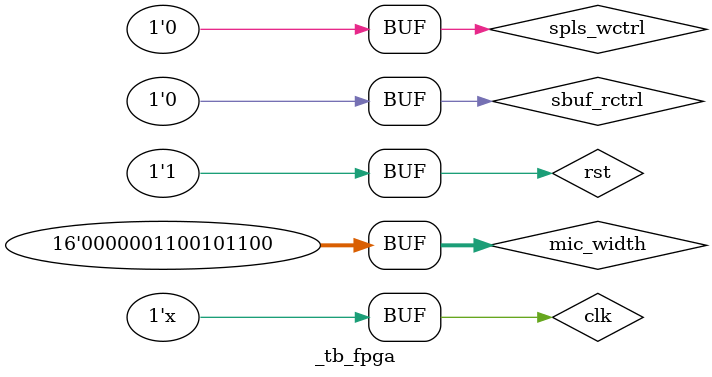
<source format=v>
`timescale 1ns/1ns

module _tb_fpga;

reg   rst;
reg   clk;

initial
begin
        rst <=  1'b1;
  #101  rst <=  1'b0;
  #101  rst <=  1'b1;
end

initial clk <=  1'b1;
always #10  clk <=  ~clk;
//------------------------------
reg   [15:0]  mic_width;
reg   [15:0]  mic_cnt;
wire          mic_hclk;
reg           mic_clk;

initial
begin                         
              mic_width <= 16'd562;
  #250000000  mic_width <= 16'd672;
  #250000000  mic_width <= 16'd782;
  #250000000  mic_width <= 16'd792;
  #250000000  mic_width <= 16'd802;
  #250000000  mic_width <= 16'd812;
  //#60000000  mic_width <= 16'd808;
  //#60000000  mic_width <= 16'd814;
  //#60000000  mic_width <= 16'd820;
  //#60000000  mic_width <= 16'd826;
  //#60000000  mic_width <= 16'd832;
  //#60000000  mic_width <= 16'd838;
  //#60000000  mic_width <= 16'd844;
  //#60000000  mic_width <= 16'd850;
  //#60000000  mic_width <= 16'd856;
end



always
@(negedge rst or posedge clk)
begin
  if(~rst)
    mic_cnt <=  16'h0;
  else if(mic_hclk)
    mic_cnt <=  16'h0;
  else
    mic_cnt <=  mic_cnt+1'b1;
end

assign  mic_hclk  = (mic_cnt==mic_width);

always
@(negedge rst or posedge clk)
begin
  if(~rst)
    mic_clk <=  1'b0;
  else if(mic_hclk)
    mic_clk <=  ~mic_clk;
end
//------------------------------
reg   [7:0]   clk_cnt0;
reg   [7:0]   clk_cnt1;
reg   [15:0]   frame_cnt;

always
@(negedge rst or posedge clk)
begin
  if(~rst)
  begin
    clk_cnt0  <=  8'h0;
    clk_cnt1  <=  8'h0;
    frame_cnt <=  16'h0;
  end
  else
  begin
    clk_cnt0  <=  clk_cnt0+1'b1;
    if(& clk_cnt0)  clk_cnt1<=  clk_cnt1+1'b1;
    if(& clk_cnt1 & & clk_cnt0) frame_cnt <=  frame_cnt+1'b1;
  end
end
//------------------------------
wire  [7:0]   scon;       reg   scon_wctrl;
wire  [7:0]   smd0;       reg   smd0_wctrl;
wire  [7:0]   smd1;       reg   smd1_wctrl;
wire  [7:0]   spls;       reg   spls_wctrl;
wire  [7:0]   sccl;       reg   sccl_wctrl;
wire  [7:0]   sbuf;       reg   sbuf_wctrl;   reg   sbuf_rctrl;
reg   [7:0]   sfr_wdata;

always
@(*)
begin
  smd0_wctrl<=1'b0;
  sbuf_wctrl<=1'b0;
  sccl_wctrl<=1'b0;
  scon_wctrl<=1'b0;
  spls_wctrl<=1'b0;
  sbuf_rctrl<=1'b0;
  smd1_wctrl<=1'b0;

  if(clk_cnt1==8'h0 & clk_cnt0==8'h0)
  begin
    case(frame_cnt)
    
      16'h01:  begin sfr_wdata<=8'h82; scon_wctrl<=1'b1; end
      16'h02:  begin sfr_wdata<=8'h09; smd1_wctrl<=1'b1; end
      16'h03:  begin sfr_wdata<=8'hfb; sccl_wctrl<=1'b1; end
      16'h04:  begin sfr_wdata<=8'h00; sbuf_wctrl<=1'b1; end
      16'h05:  begin sfr_wdata<=8'h01; smd0_wctrl<=1'b1; end
      16'h07:  begin sfr_wdata<=8'h01; sbuf_wctrl<=1'b1; end
      
      
      
     
      16'h08: begin sfr_wdata<=8'h82; sbuf_wctrl<=1'b1; end   
      16'h09: begin sfr_wdata<=8'h85; sbuf_wctrl<=1'b1; end
      16'h0a: begin sfr_wdata<=8'h83; sbuf_wctrl<=1'b1; end   
      16'h0b: begin sfr_wdata<=8'h03; sbuf_wctrl<=1'b1; end
      16'h0c: begin sfr_wdata<=8'h8a; sbuf_wctrl<=1'b1; end//pwm计算及输出
      16'h0d: begin sfr_wdata<=8'he0; sbuf_wctrl<=1'b1; end
      
      16'h10: begin sfr_wdata<=8'h86; sbuf_wctrl<=1'b1; end//基准大气压
      16'h11: begin sfr_wdata<=8'h96; sbuf_wctrl<=1'b1; end
      16'h12: begin sfr_wdata<=8'h87; sbuf_wctrl<=1'b1; end 
      16'h13: begin sfr_wdata<=8'h07; sbuf_wctrl<=1'b1; end
      
      16'h14: begin sfr_wdata<=8'h98; sbuf_wctrl<=1'b1; end //标定点0——4
      16'h15: begin sfr_wdata<=8'h00; sbuf_wctrl<=1'b1; end   
      16'h16: begin sfr_wdata<=8'h99; sbuf_wctrl<=1'b1; end
      16'h17: begin sfr_wdata<=8'h14; sbuf_wctrl<=1'b1; end 
      
      16'h18: begin sfr_wdata<=8'h9a; sbuf_wctrl<=1'b1; end     
      16'h19: begin sfr_wdata<=8'h01; sbuf_wctrl<=1'b1; end
      16'h1a: begin sfr_wdata<=8'h9b; sbuf_wctrl<=1'b1; end
      16'h1b: begin sfr_wdata<=8'h9e; sbuf_wctrl<=1'b1; end
      
      16'h1c: begin sfr_wdata<=8'h9c; sbuf_wctrl<=1'b1; end      
      16'h1d: begin sfr_wdata<=8'h03; sbuf_wctrl<=1'b1; end
      16'h1e: begin sfr_wdata<=8'h9d; sbuf_wctrl<=1'b1; end
      16'h1f: begin sfr_wdata<=8'h03; sbuf_wctrl<=1'b1; end
      
      16'h20: begin sfr_wdata<=8'h9e; sbuf_wctrl<=1'b1; end      
      16'h21: begin sfr_wdata<=8'h03; sbuf_wctrl<=1'b1; end
      16'h22: begin sfr_wdata<=8'h9f; sbuf_wctrl<=1'b1; end
      16'h23: begin sfr_wdata<=8'h84; sbuf_wctrl<=1'b1; end 
      
      16'h24: begin sfr_wdata<=8'ha0; sbuf_wctrl<=1'b1; end      
      16'h25: begin sfr_wdata<=8'h03; sbuf_wctrl<=1'b1; end
      16'h26: begin sfr_wdata<=8'ha1; sbuf_wctrl<=1'b1; end
      16'h27: begin sfr_wdata<=8'hca; sbuf_wctrl<=1'b1; end
      //16'h26:  begin sfr_wdata<=8'ha2; sbuf_wctrl<=1'b1; end
      //16'h27:  begin sfr_wdata<=8'h00; sbuf_wctrl<=1'b1; end
      //16'h28:  begin sfr_wdata<=8'ha3; sbuf_wctrl<=1'b1; end
      //16'h29:  begin sfr_wdata<=8'h30; sbuf_wctrl<=1'b1; end
      //             
      //16'h2a:  begin sfr_wdata<=8'ha4; sbuf_wctrl<=1'b1; end
      //16'h2b:  begin sfr_wdata<=8'h00; sbuf_wctrl<=1'b1; end
      //16'h2c:  begin sfr_wdata<=8'ha5; sbuf_wctrl<=1'b1; end
      //16'h2d:  begin sfr_wdata<=8'h3d; sbuf_wctrl<=1'b1; end
      //             
      //16'h2e:  begin sfr_wdata<=8'ha6; sbuf_wctrl<=1'b1; end
      //16'h2f:  begin sfr_wdata<=8'h00; sbuf_wctrl<=1'b1; end
      //16'h30:  begin sfr_wdata<=8'ha7; sbuf_wctrl<=1'b1; end
      //16'h31:  begin sfr_wdata<=8'h47; sbuf_wctrl<=1'b1; end
      //             
      //16'h32:  begin sfr_wdata<=8'ha8; sbuf_wctrl<=1'b1; end
      //16'h33:  begin sfr_wdata<=8'h00; sbuf_wctrl<=1'b1; end
      //16'h34:  begin sfr_wdata<=8'ha9; sbuf_wctrl<=1'b1; end
      //16'h35:  begin sfr_wdata<=8'h59; sbuf_wctrl<=1'b1; end
      //             
      //16'h36:  begin sfr_wdata<=8'haa; sbuf_wctrl<=1'b1; end
      //16'h37:  begin sfr_wdata<=8'h00; sbuf_wctrl<=1'b1; end
      //16'h38:  begin sfr_wdata<=8'hab; sbuf_wctrl<=1'b1; end
      //16'h39:  begin sfr_wdata<=8'h69; sbuf_wctrl<=1'b1; end
      //             
      //16'h3a:  begin sfr_wdata<=8'hac; sbuf_wctrl<=1'b1; end
      //16'h3b:  begin sfr_wdata<=8'h00; sbuf_wctrl<=1'b1; end
      //16'h3c:  begin sfr_wdata<=8'had; sbuf_wctrl<=1'b1; end
      //16'h3d:  begin sfr_wdata<=8'h7f; sbuf_wctrl<=1'b1; end
      //             
      //16'h3e:  begin sfr_wdata<=8'hae; sbuf_wctrl<=1'b1; end
      //16'h3f:  begin sfr_wdata<=8'h00; sbuf_wctrl<=1'b1; end
      //16'h40:  begin sfr_wdata<=8'haf; sbuf_wctrl<=1'b1; end
      //16'h41:  begin sfr_wdata<=8'h9b; sbuf_wctrl<=1'b1; end
      //            
      //16'h42:  begin sfr_wdata<=8'hb0; sbuf_wctrl<=1'b1; end
      //16'h43:  begin sfr_wdata<=8'h00; sbuf_wctrl<=1'b1; end
      //16'h44:  begin sfr_wdata<=8'hb1; sbuf_wctrl<=1'b1; end
      //16'h45:  begin sfr_wdata<=8'hb7; sbuf_wctrl<=1'b1; end
      //             
      //16'h46:  begin sfr_wdata<=8'hb2; sbuf_wctrl<=1'b1; end
      //16'h47:  begin sfr_wdata<=8'h00; sbuf_wctrl<=1'b1; end
      //16'h48:  begin sfr_wdata<=8'hb3; sbuf_wctrl<=1'b1; end
      //16'h49:  begin sfr_wdata<=8'hd3; sbuf_wctrl<=1'b1; end
      //            
      //16'h4a:  begin sfr_wdata<=8'hb4; sbuf_wctrl<=1'b1; end
      //16'h4b:  begin sfr_wdata<=8'h00; sbuf_wctrl<=1'b1; end
      //16'h4c:  begin sfr_wdata<=8'hb5; sbuf_wctrl<=1'b1; end
      //16'h4d:  begin sfr_wdata<=8'hea; sbuf_wctrl<=1'b1; end
      //             
      //16'h4e:  begin sfr_wdata<=8'hb6; sbuf_wctrl<=1'b1; end
      //16'h4f:  begin sfr_wdata<=8'h01; sbuf_wctrl<=1'b1; end
      //16'h52:  begin sfr_wdata<=8'hb7; sbuf_wctrl<=1'b1; end
      //16'h53:  begin sfr_wdata<=8'h02; sbuf_wctrl<=1'b1; end
      //             
      //16'h54:  begin sfr_wdata<=8'h82; sbuf_wctrl<=1'b1; end
      //16'h55:  begin sfr_wdata<=8'h80; sbuf_wctrl<=1'b1; end     
      
      default:  ;
    endcase
  end
end

//------------------------------
wire    rxd;
wire    txd;

uart0 u_uart_mst(
  .rst        (rst      ),
  .clk        (clk      ),
  .txd        (txd      ),
  .rxd        (rxd      ),
  .scon       (scon     ),   .scon_wctrl(scon_wctrl),
  .smd0       (smd0     ),   .smd0_wctrl(smd0_wctrl),
  .smd1       (smd1     ),   .smd1_wctrl(smd1_wctrl),
  .spls       (spls     ),   .spls_wctrl(spls_wctrl),
  .sccl       (sccl     ),   .sccl_wctrl(sccl_wctrl),
  .sbuf       (sbuf     ),   .sbuf_wctrl(sbuf_wctrl),   .sbuf_rctrl(sbuf_rctrl),
  .sfr_wdata  (sfr_wdata)
);
//------------------------------
wire          pwm_out;

wire          cs1   ;
wire          cs2   ;
wire          cs3   ;
wire          cs4   ;
wire          a1    ;
wire          b1    ;
wire          c1    ;
wire          d1    ;
wire          e1    ;
wire          f1    ;
wire          g1    ;
wire          dg1   ;
wire          a2    ;
wire          b2    ;
wire          c2    ;
wire          d2    ;
wire          e2    ;
wire          f2    ;
wire          g2    ;
wire          dg2   ;

mic_fpga_top  u_fpga_top(
  .rst            (rst            ),
  .clk            (clk            ),
  .mic_clk        (mic_clk        ),
  .pwm_out        (pwm_out        ),

  .cs1            (cs1            ),
  .cs2            (cs2            ),
  .cs3            (cs3            ),
  .cs4            (cs4            ),
  .a1             (a1             ),
  .b1             (b1             ),
  .c1             (c1             ),
  .d1             (d1             ),
  .e1             (e1             ),
  .f1             (f1             ),
  .g1             (g1             ),
  .dg1            (dg1            ),
  .a2             (a2             ),
  .b2             (b2             ),
  .c2             (c2             ),
  .d2             (d2             ),
  .e2             (e2             ),
  .f2             (f2             ),
  .g2             (g2             ),
  .dg2            (dg2            ),

  .rxd            (txd            ),
  .txd            (rxd            )
);
//------------------------------
endmodule

</source>
